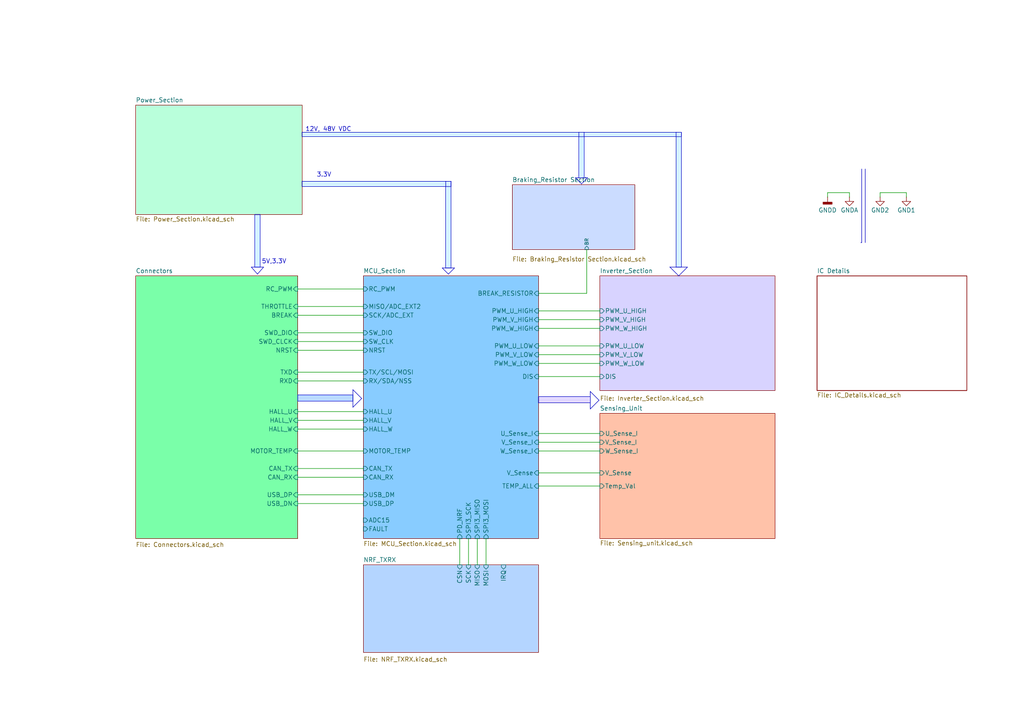
<source format=kicad_sch>
(kicad_sch (version 20240819) (generator "eeschema") (generator_version "8.99")
  (paper "A4")
  (title_block (title "MOTOR_DRIVER_GRAGO") (date "2024-10-05"))
  (lib_symbols
    (symbol "power:GND1" (power) (pin_numbers hide) (pin_names (offset 0) hide)
      (property "Value" "GND1" (at 0 -3.81 0))
      (symbol "GND1_0_1"
        (polyline (pts (xy 0 0) (xy 0 -1.27) (xy 1.27 -1.27) (xy 0 -2.54) (xy -1.27 -1.27) (xy 0 -1.27)))
      )
      (symbol "GND1_1_1"
        (pin power_in line (at 0 0 270) (length 0) (name "~") (number "1"))
      )
    )
    (symbol "power:GND2" (power) (pin_numbers hide) (pin_names (offset 0) hide)
      (property "Value" "GND2" (at 0 -3.81 0))
      (symbol "GND2_0_1"
        (polyline (pts (xy 0 0) (xy 0 -1.27) (xy 1.27 -1.27) (xy 0 -2.54) (xy -1.27 -1.27) (xy 0 -1.27)))
      )
      (symbol "GND2_1_1"
        (pin power_in line (at 0 0 270) (length 0) (name "~") (number "1"))
      )
    )
    (symbol "power:GNDA" (power) (pin_numbers hide) (pin_names (offset 0) hide)
      (property "Value" "GNDA" (at 0 -3.81 0))
      (symbol "GNDA_0_1"
        (polyline (pts (xy 0 0) (xy 0 -1.27) (xy 1.27 -1.27) (xy 0 -2.54) (xy -1.27 -1.27) (xy 0 -1.27)))
      )
      (symbol "GNDA_1_1"
        (pin power_in line (at 0 0 270) (length 0) (name "~") (number "1"))
      )
    )
    (symbol "power:GNDD" (power) (pin_numbers hide) (pin_names (offset 0) hide)
      (property "Value" "GNDD" (at 0 -3.175 0))
      (symbol "GNDD_0_1"
        (rectangle (start -1.27 -1.524) (end 1.27 -2.032) (stroke (width 0.254)) (fill (type outline)))
        (polyline (pts (xy 0 0) (xy 0 -1.524)))
      )
      (symbol "GNDD_1_1"
        (pin power_in line (at 0 0 270) (length 0) (name "~") (number "1"))
      )
    )
  )
  (rectangle (start 87.63 38.354) (end 197.612 39.624) (fill (type color) (color 213 243 255 1)))
  (rectangle (start 167.894 38.354) (end 169.418 51.562) (fill (type color) (color 213 243 255 1)))
  (rectangle (start 156.21 115.062) (end 171.196 116.84) (fill (type color) (color 226 216 255 1)))
  (rectangle (start 129.286 52.578) (end 130.81 77.724) (fill (type color) (color 213 243 255 1)))
  (rectangle (start 87.63 52.578) (end 130.81 54.102) (fill (type color) (color 213 243 255 1)))
  (rectangle (start 73.914 62.23) (end 75.438 77.47) (fill (type color) (color 213 243 255 1)))
  (rectangle (start 86.36 114.554) (end 102.362 116.332) (fill (type color) (color 187 219 255 1)))
  (rectangle (start 196.088 38.354) (end 197.612 77.47) (fill (type color) (color 213 243 255 1)))
  (text "5V,3.3V" (at 79.502 75.946 0) (effects (font (size 1.27 1.27))))
  (text "12V, 48V VDC" (at 95.25 37.592 0) (effects (font (size 1.27 1.27))))
  (text "3.3V" (at 93.98 50.8 0) (effects (font (size 1.27 1.27))))
  (wire (pts (xy 156.21 137.16) (xy 173.99 137.16)))
  (polyline (pts (xy 102.362 113.03) (xy 104.902 115.57)))
  (polyline (pts (xy 128.27 77.724) (xy 130.048 79.502)))
  (wire (pts (xy 156.21 140.97) (xy 173.99 140.97)))
  (polyline (pts (xy 104.902 115.57) (xy 102.362 118.11)))
  (wire (pts (xy 86.36 138.43) (xy 105.41 138.43)))
  (wire (pts (xy 240.03 55.88) (xy 246.38 55.88)))
  (wire (pts (xy 86.36 121.92) (xy 105.41 121.92)))
  (wire (pts (xy 156.21 85.09) (xy 170.18 85.09)))
  (wire (pts (xy 156.21 92.71) (xy 173.99 92.71)))
  (wire (pts (xy 156.21 109.22) (xy 173.99 109.22)))
  (wire (pts (xy 156.21 125.73) (xy 173.99 125.73)))
  (polyline (pts (xy 76.454 77.47) (xy 74.676 79.502)))
  (polyline (pts (xy 250.952 49.022) (xy 250.952 70.358)))
  (wire (pts (xy 86.36 119.38) (xy 105.41 119.38)))
  (wire (pts (xy 86.36 110.49) (xy 105.41 110.49)))
  (wire (pts (xy 86.36 96.52) (xy 105.41 96.52)))
  (wire (pts (xy 86.36 143.51) (xy 105.41 143.51)))
  (wire (pts (xy 86.36 91.44) (xy 105.41 91.44)))
  (polyline (pts (xy 171.196 113.538) (xy 171.196 118.618)))
  (wire (pts (xy 156.21 100.33) (xy 173.99 100.33)))
  (polyline (pts (xy 72.898 77.47) (xy 74.676 79.502)))
  (polyline (pts (xy 249.936 49.022) (xy 249.936 70.358)))
  (polyline (pts (xy 72.898 77.47) (xy 76.454 77.47)))
  (polyline (pts (xy 194.31 77.47) (xy 199.39 77.47)))
  (wire (pts (xy 86.36 135.89) (xy 105.41 135.89)))
  (wire (pts (xy 135.89 156.21) (xy 135.89 163.83)))
  (polyline (pts (xy 173.736 116.078) (xy 171.196 118.618)))
  (polyline (pts (xy 102.362 113.03) (xy 102.362 118.11)))
  (wire (pts (xy 246.38 55.88) (xy 246.38 57.15)))
  (wire (pts (xy 156.21 105.41) (xy 173.99 105.41)))
  (polyline (pts (xy 194.31 77.47) (xy 194.31 77.47)))
  (wire (pts (xy 240.03 57.15) (xy 240.03 55.88)))
  (wire (pts (xy 86.36 83.82) (xy 105.41 83.82)))
  (wire (pts (xy 255.27 55.88) (xy 262.89 55.88)))
  (polyline (pts (xy 166.878 51.562) (xy 168.656 53.34)))
  (wire (pts (xy 156.21 128.27) (xy 173.99 128.27)))
  (wire (pts (xy 133.35 156.21) (xy 133.35 163.83)))
  (polyline (pts (xy 131.826 77.724) (xy 130.048 79.502)))
  (wire (pts (xy 156.21 130.81) (xy 173.99 130.81)))
  (wire (pts (xy 86.36 124.46) (xy 105.41 124.46)))
  (polyline (pts (xy 166.878 51.562) (xy 170.434 51.562)))
  (polyline (pts (xy 170.434 51.562) (xy 168.656 53.34)))
  (wire (pts (xy 156.21 95.25) (xy 173.99 95.25)))
  (wire (pts (xy 86.36 130.81) (xy 105.41 130.81)))
  (wire (pts (xy 86.36 146.05) (xy 105.41 146.05)))
  (wire (pts (xy 262.89 55.88) (xy 262.89 57.15)))
  (polyline (pts (xy 199.39 77.47) (xy 196.85 80.01)))
  (wire (pts (xy 255.27 57.15) (xy 255.27 55.88)))
  (wire (pts (xy 138.43 156.21) (xy 138.43 163.83)))
  (wire (pts (xy 86.36 99.06) (xy 105.41 99.06)))
  (polyline (pts (xy 171.196 113.538) (xy 173.736 116.078)))
  (wire (pts (xy 86.36 88.9) (xy 105.41 88.9)))
  (wire (pts (xy 86.36 101.6) (xy 105.41 101.6)))
  (wire (pts (xy 156.21 90.17) (xy 173.99 90.17)))
  (wire (pts (xy 140.97 156.21) (xy 140.97 163.83)))
  (wire (pts (xy 156.21 102.87) (xy 173.99 102.87)))
  (wire (pts (xy 86.36 107.95) (xy 105.41 107.95)))
  (polyline (pts (xy 249.682 70.358) (xy 249.936 70.358)))
  (wire (pts (xy 170.18 72.39) (xy 170.18 85.09)))
  (polyline (pts (xy 128.27 77.724) (xy 131.826 77.724)))
  (polyline (pts (xy 196.85 80.01) (xy 194.31 77.47)))
  (symbol (lib_id "power:GND1") (at 262.89 57.15 0) (unit 1)
    (property "Reference" "#PWR0140" (effects (hide yes)))
    (property "Value" "GND1" (at 262.89 60.96 0))
    (property "Description" "Power symbol creates a global label with name \"GND1\" , ground" (effects (hide yes)))
  )
  (symbol (lib_id "power:GND2") (at 255.27 57.15 0) (unit 1)
    (property "Reference" "#PWR0139" (effects (hide yes)))
    (property "Value" "GND2" (at 255.27 60.96 0))
    (property "Description" "Power symbol creates a global label with name \"GND2\" , ground" (effects (hide yes)))
  )
  (symbol (lib_id "power:GNDD") (at 240.03 57.15 0) (unit 1)
    (property "Reference" "#PWR0137" (effects (hide yes)))
    (property "Value" "GNDD" (at 240.03 60.96 0))
    (property "Description" "Power symbol creates a global label with name \"GNDD\" , digital ground" (effects (hide yes)))
  )
  (symbol (lib_id "power:GNDA") (at 246.38 57.15 0) (unit 1)
    (property "Reference" "#PWR0138" (effects (hide yes)))
    (property "Value" "GNDA" (at 246.38 60.96 0))
    (property "Description" "Power symbol creates a global label with name \"GNDA\" , analog ground" (effects (hide yes)))
  )
  (sheet (at 148.59 53.594) (size 35.56 18.796) (stroke (width 0.1524)) (fill (color 203 220 255 1.0000))
    (property "Sheetname" "Braking_Resistor Section" (at 148.59 52.8824 0) (effects (justify left bottom)))
    (property "Sheetfile" "Braking_Resistor Section.kicad_sch" (at 148.59 74.422 0) (effects (justify left top)))
    (pin "BR" input (at 170.18 72.39 270) (effects (font (size 1.016 1.016))))
  )
  (sheet (at 39.37 80.01) (size 46.99 76.2) (stroke (width 0.1524)) (fill (color 122 255 169 1.0000))
    (property "Sheetname" "Connectors" (at 39.37 79.2984 0) (effects (justify left bottom)))
    (property "Sheetfile" "Connectors.kicad_sch" (at 39.37 157.226 0) (effects (justify left top)))
    (pin "RC_PWM" input (at 86.36 83.82 0))
    (pin "BREAK" input (at 86.36 91.44 0))
    (pin "THROTTLE" input (at 86.36 88.9 0))
    (pin "SWD_DIO" input (at 86.36 96.52 0))
    (pin "SWD_CLCK" input (at 86.36 99.06 0))
    (pin "NRST" input (at 86.36 101.6 0))
    (pin "TXD" input (at 86.36 107.95 0))
    (pin "RXD" input (at 86.36 110.49 0))
    (pin "HALL_U" input (at 86.36 119.38 0))
    (pin "HALL_V" input (at 86.36 121.92 0))
    (pin "HALL_W" input (at 86.36 124.46 0))
    (pin "MOTOR_TEMP" input (at 86.36 130.81 0))
    (pin "CAN_TX" input (at 86.36 135.89 0))
    (pin "CAN_RX" input (at 86.36 138.43 0))
    (pin "USB_DN" input (at 86.36 146.05 0))
    (pin "USB_DP" input (at 86.36 143.51 0))
  )
  (sheet (at 173.99 119.888) (size 50.8 36.322) (stroke (width 0.1524)) (fill (color 255 194 169 1.0000))
    (property "Sheetname" "Sensing_Unit" (at 173.99 119.1764 0) (effects (justify left bottom)))
    (property "Sheetfile" "Sensing_unit.kicad_sch" (at 173.99 156.7946 0) (effects (justify left top)))
    (pin "U_Sense_I" input (at 173.99 125.73 180))
    (pin "V_Sense_I" input (at 173.99 128.27 180))
    (pin "W_Sense_I" input (at 173.99 130.81 180))
    (pin "V_Sense" input (at 173.99 137.16 180))
    (pin "Temp_Val" input (at 173.99 140.97 180))
  )
  (sheet (at 105.41 163.83) (size 50.8 25.4) (stroke (width 0.1524)) (fill (color 180 213 255 1.0000))
    (property "Sheetname" "NRF_TXRX" (at 105.41 163.1184 0) (effects (justify left bottom)))
    (property "Sheetfile" "NRF_TXRX.kicad_sch" (at 105.41 190.5 0) (effects (justify left top)))
    (pin "MOSI" input (at 140.97 163.83 90))
    (pin "MISO" input (at 138.43 163.83 90))
    (pin "IRQ" input (at 146.05 163.83 90))
    (pin "CSN" input (at 133.35 163.83 90))
    (pin "SCK" input (at 135.89 163.83 90))
  )
  (sheet (at 236.982 80.01) (size 43.434 33.274) (stroke (width 0.1524))
    (property "Sheetname" "IC Details" (at 236.982 79.2984 0) (effects (justify left bottom)))
    (property "Sheetfile" "IC_Details.kicad_sch" (at 236.982 113.8686 0) (effects (justify left top)))
  )
  (sheet (at 105.41 80.01) (size 50.8 76.2) (stroke (width 0.1524)) (fill (color 136 204 255 1.0000))
    (property "Sheetname" "MCU_Section" (at 105.41 79.2984 0) (effects (justify left bottom)))
    (property "Sheetfile" "MCU_Section.kicad_sch" (at 105.41 156.972 0) (effects (justify left top)))
    (pin "HALL_V" input (at 105.41 121.92 180))
    (pin "ADC15" input (at 105.41 150.876 180))
    (pin "MOTOR_TEMP" input (at 105.41 130.81 180))
    (pin "V_Sense" input (at 156.21 137.16 0))
    (pin "HALL_U" input (at 105.41 119.38 180))
    (pin "HALL_W" input (at 105.41 124.46 180))
    (pin "SPI3_MOSI" input (at 140.97 156.21 270))
    (pin "SPI3_MISO" input (at 138.43 156.21 270))
    (pin "SPI3_SCK" input (at 135.89 156.21 270))
    (pin "CAN_RX" input (at 105.41 138.43 180))
    (pin "TX{slash}SCL{slash}MOSI" input (at 105.41 107.95 180))
    (pin "FAULT" input (at 105.41 153.416 180))
    (pin "CAN_TX" input (at 105.41 135.89 180))
    (pin "RC_PWM" input (at 105.41 83.82 180))
    (pin "PWM_V_LOW" input (at 156.21 102.87 0))
    (pin "PWM_U_LOW" input (at 156.21 100.33 0))
    (pin "SW_CLK" input (at 105.41 99.06 180))
    (pin "NRST" input (at 105.41 101.6 180))
    (pin "RX{slash}SDA{slash}NSS" input (at 105.41 110.49 180))
    (pin "MISO{slash}ADC_EXT2" input (at 105.41 88.9 180))
    (pin "SCK{slash}ADC_EXT" input (at 105.41 91.44 180))
    (pin "W_Sense_I" input (at 156.21 130.81 0))
    (pin "BREAK_RESISTOR" input (at 156.21 85.09 0))
    (pin "SW_DIO" input (at 105.41 96.52 180))
    (pin "PWM_V_HIGH" input (at 156.21 92.71 0))
    (pin "PWM_U_HIGH" input (at 156.21 90.17 0))
    (pin "USB_DP" input (at 105.41 146.05 180))
    (pin "PWM_W_HIGH" input (at 156.21 95.25 0))
    (pin "USB_DM" input (at 105.41 143.51 180))
    (pin "TEMP_ALL" input (at 156.21 140.97 0))
    (pin "PD_NRF" input (at 133.35 156.21 270))
    (pin "U_Sense_I" input (at 156.21 125.73 0))
    (pin "V_Sense_I" input (at 156.21 128.27 0))
    (pin "PWM_W_LOW" input (at 156.21 105.41 0))
    (pin "DIS" input (at 156.21 109.22 0))
  )
  (sheet (at 173.99 80.01) (size 50.8 33.274) (stroke (width 0.1524)) (fill (color 216 211 255 1.0000))
    (property "Sheetname" "Inverter_Section" (at 173.99 79.2984 0) (effects (justify left bottom)))
    (property "Sheetfile" "Inverter_Section.kicad_sch" (at 173.99 114.808 0) (effects (justify left top)))
    (pin "PWM_V_HIGH" input (at 173.99 92.71 180))
    (pin "PWM_V_LOW" input (at 173.99 102.87 180))
    (pin "PWM_W_HIGH" input (at 173.99 95.25 180))
    (pin "DIS" input (at 173.99 109.22 180))
    (pin "PWM_W_LOW" input (at 173.99 105.41 180))
    (pin "PWM_U_HIGH" input (at 173.99 90.17 180))
    (pin "PWM_U_LOW" input (at 173.99 100.33 180))
  )
  (sheet (at 39.37 30.48) (size 48.26 31.75) (stroke (width 0.1524)) (fill (color 185 255 219 1.0000))
    (property "Sheetname" "Power_Section" (at 39.37 29.7684 0) (effects (justify left bottom)))
    (property "Sheetfile" "Power_Section.kicad_sch" (at 39.37 62.8146 0) (effects (justify left top)))
  )
)
</source>
